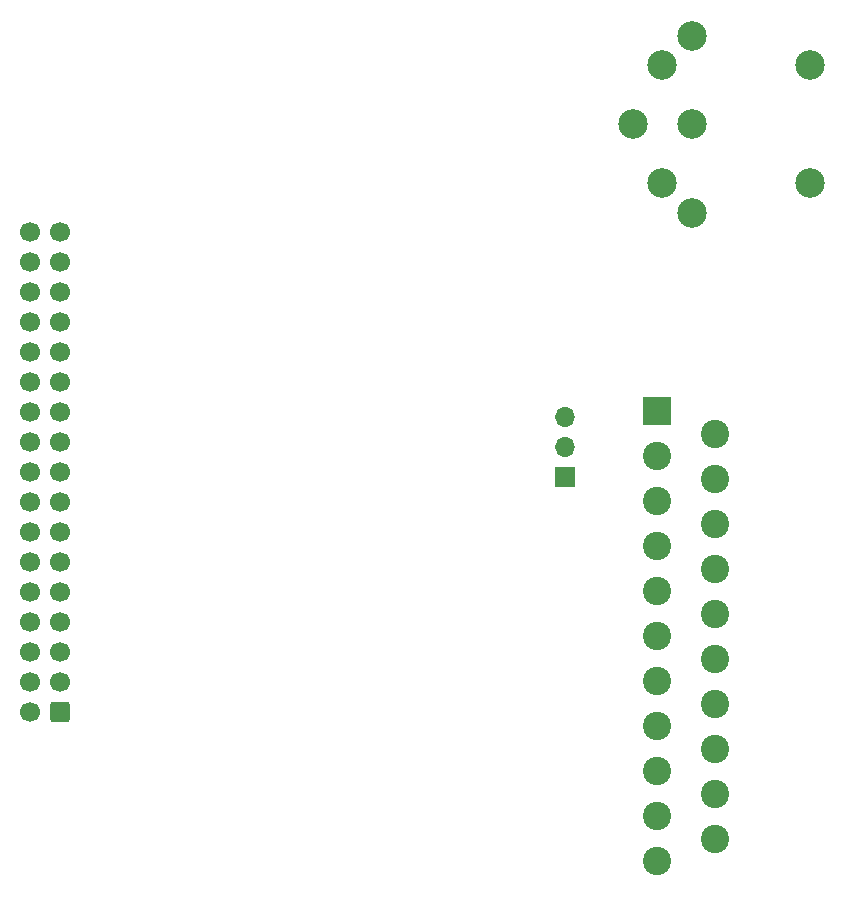
<source format=gbs>
G04 #@! TF.GenerationSoftware,KiCad,Pcbnew,8.0.4+dfsg-1*
G04 #@! TF.CreationDate,2025-03-15T13:20:52+01:00*
G04 #@! TF.ProjectId,olimex-ice40-scart-header,6f6c696d-6578-42d6-9963-6534302d7363,rev?*
G04 #@! TF.SameCoordinates,Original*
G04 #@! TF.FileFunction,Soldermask,Bot*
G04 #@! TF.FilePolarity,Negative*
%FSLAX46Y46*%
G04 Gerber Fmt 4.6, Leading zero omitted, Abs format (unit mm)*
G04 Created by KiCad (PCBNEW 8.0.4+dfsg-1) date 2025-03-15 13:20:52*
%MOMM*%
%LPD*%
G01*
G04 APERTURE LIST*
G04 Aperture macros list*
%AMRoundRect*
0 Rectangle with rounded corners*
0 $1 Rounding radius*
0 $2 $3 $4 $5 $6 $7 $8 $9 X,Y pos of 4 corners*
0 Add a 4 corners polygon primitive as box body*
4,1,4,$2,$3,$4,$5,$6,$7,$8,$9,$2,$3,0*
0 Add four circle primitives for the rounded corners*
1,1,$1+$1,$2,$3*
1,1,$1+$1,$4,$5*
1,1,$1+$1,$6,$7*
1,1,$1+$1,$8,$9*
0 Add four rect primitives between the rounded corners*
20,1,$1+$1,$2,$3,$4,$5,0*
20,1,$1+$1,$4,$5,$6,$7,0*
20,1,$1+$1,$6,$7,$8,$9,0*
20,1,$1+$1,$8,$9,$2,$3,0*%
G04 Aperture macros list end*
%ADD10R,1.700000X1.700000*%
%ADD11O,1.700000X1.700000*%
%ADD12C,2.500000*%
%ADD13R,2.400000X2.400000*%
%ADD14C,2.400000*%
%ADD15RoundRect,0.250000X0.600000X0.600000X-0.600000X0.600000X-0.600000X-0.600000X0.600000X-0.600000X0*%
%ADD16C,1.700000*%
G04 APERTURE END LIST*
D10*
X175500000Y-77830000D03*
D11*
X175500000Y-75290000D03*
X175500000Y-72750000D03*
D12*
X186250000Y-40500000D03*
X183750000Y-43000000D03*
X186250000Y-48000000D03*
X183750000Y-53000000D03*
X186250000Y-55500000D03*
X181250000Y-48000000D03*
X196250000Y-43000000D03*
X196250000Y-53000000D03*
D13*
X183350000Y-72305000D03*
D14*
X188250000Y-74210000D03*
X183350000Y-76115000D03*
X188250000Y-78020000D03*
X183350000Y-79925000D03*
X188250000Y-81830000D03*
X183350000Y-83735000D03*
X188250000Y-85640000D03*
X183350000Y-87545000D03*
X188250000Y-89450000D03*
X183350000Y-91355000D03*
X188250000Y-93260000D03*
X183350000Y-95165000D03*
X188250000Y-97070000D03*
X183350000Y-98975000D03*
X188250000Y-100880000D03*
X183350000Y-102785000D03*
X188250000Y-104690000D03*
X183350000Y-106595000D03*
X188250000Y-108500000D03*
X183350000Y-110405000D03*
D15*
X132790000Y-97750000D03*
D16*
X130250000Y-97750000D03*
X132790000Y-95210000D03*
X130250000Y-95210000D03*
X132790000Y-92670000D03*
X130250000Y-92670000D03*
X132790000Y-90130000D03*
X130250000Y-90130000D03*
X132790000Y-87590000D03*
X130250000Y-87590000D03*
X132790000Y-85050000D03*
X130250000Y-85050000D03*
X132790000Y-82510000D03*
X130250000Y-82510000D03*
X132790000Y-79970000D03*
X130250000Y-79970000D03*
X132790000Y-77430000D03*
X130250000Y-77430000D03*
X132790000Y-74890000D03*
X130250000Y-74890000D03*
X132790000Y-72350000D03*
X130250000Y-72350000D03*
X132790000Y-69810000D03*
X130250000Y-69810000D03*
X132790000Y-67270000D03*
X130250000Y-67270000D03*
X132790000Y-64730000D03*
X130250000Y-64730000D03*
X132790000Y-62190000D03*
X130250000Y-62190000D03*
X132790000Y-59650000D03*
X130250000Y-59650000D03*
X132790000Y-57110000D03*
X130250000Y-57110000D03*
M02*

</source>
